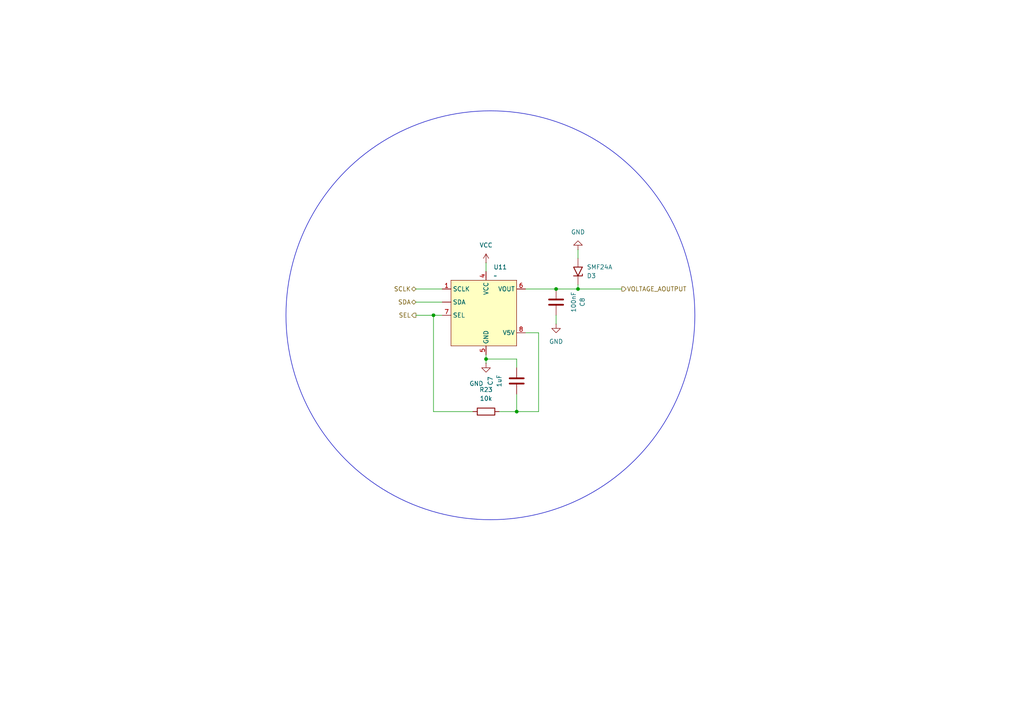
<source format=kicad_sch>
(kicad_sch (version 20250114) (generator "eeschema") (generator_version "9.0")
  (paper "A4")
  (lib_symbols
    (symbol "Device:C" (pin_numbers (hide yes)) (pin_names (offset 0.254))
      (property "Reference" "C" (at 0.635 2.54 0))
      (property "Value" "C" (at 0.635 -2.54 0))
      (symbol "C_0_1"
        (polyline (pts (xy -2.032 0.762) (xy 2.032 0.762)) (stroke (width 0.508)))
        (polyline (pts (xy -2.032 -0.762) (xy 2.032 -0.762)) (stroke (width 0.508)))
      )
      (symbol "C_1_1"
        (pin passive line (at 0 3.81 270) (length 2.794) (name "~") (number "1"))
        (pin passive line (at 0 -3.81 90) (length 2.794) (name "~") (number "2"))
      )
    )
    (symbol "Device:R" (pin_numbers (hide yes)) (pin_names (offset 0))
      (property "Reference" "R" (at 2.032 0 90))
      (property "Value" "R" (at 0 0 90))
      (symbol "R_0_1"
        (rectangle (start -1.016 -2.54) (end 1.016 2.54) (stroke (width 0.254)))
      )
      (symbol "R_1_1"
        (pin passive line (at 0 3.81 270) (length 1.27) (name "~") (number "1"))
        (pin passive line (at 0 -3.81 90) (length 1.27) (name "~") (number "2"))
      )
    )
    (symbol "Diode:SMF24A" (pin_numbers (hide yes)) (pin_names (offset 1.016) (hide yes))
      (property "Reference" "D" (at 0 2.54 0))
      (property "Value" "SMF24A" (at 0 -2.54 0))
      (symbol "SMF24A_0_1"
        (polyline (pts (xy -0.762 1.27) (xy -1.27 1.27) (xy -1.27 -1.27)) (stroke (width 0.254)))
        (polyline (pts (xy 1.27 1.27) (xy 1.27 -1.27) (xy -1.27 0) (xy 1.27 1.27)) (stroke (width 0.254)))
      )
      (symbol "SMF24A_1_1"
        (pin passive line (at -3.81 0 0) (length 2.54) (name "A1") (number "1"))
        (pin passive line (at 3.81 0 180) (length 2.54) (name "A2") (number "2"))
      )
    )
    (symbol "Riqi_Parts:GP8201S"
      (property "Reference" "U" (at 0 0 0))
      (symbol "GP8201S_1_1"
        (rectangle (start -3.81 -1.27) (end 15.24 -20.32) (fill (type background)))
        (pin passive line (at -6.35 -3.81 0) (length 2.54) (name "SCLK") (number "1"))
        (pin passive line (at -6.35 -7.62 0) (length 2.54) (name "SDA") (number ""))
        (pin passive line (at -6.35 -11.43 0) (length 2.54) (name "SEL") (number "7"))
        (pin passive line (at 6.35 1.27 270) (length 2.54) (name "VCC") (number "4"))
        (pin passive line (at 6.35 -22.86 90) (length 2.54) (name "GND") (number "5"))
        (pin passive line (at 17.78 -3.81 180) (length 2.54) (name "VOUT") (number "6"))
        (pin passive line (at 17.78 -16.51 180) (length 2.54) (name "V5V") (number "8"))
      )
    )
    (symbol "power:GND" (power) (pin_numbers (hide yes)) (pin_names (offset 0) (hide yes))
      (property "Value" "GND" (at 0 -3.81 0))
      (symbol "GND_0_1"
        (polyline (pts (xy 0 0) (xy 0 -1.27) (xy 1.27 -1.27) (xy 0 -2.54) (xy -1.27 -1.27) (xy 0 -1.27)))
      )
      (symbol "GND_1_1"
        (pin power_in line (at 0 0 270) (length 0) (name "~") (number "1"))
      )
    )
    (symbol "power:VCC" (power) (pin_numbers (hide yes)) (pin_names (offset 0) (hide yes))
      (property "Value" "VCC" (at 0 3.556 0))
      (symbol "VCC_0_1"
        (polyline (pts (xy -0.762 1.27) (xy 0 2.54)))
        (polyline (pts (xy 0 2.54) (xy 0.762 1.27)))
        (polyline (pts (xy 0 0) (xy 0 2.54)))
      )
      (symbol "VCC_1_1"
        (pin power_in line (at 0 0 90) (length 0) (name "~") (number "1"))
      )
    )
  )
  (circle (center 142.24 91.44) (radius 59.2969))
  (junction (at 125.73 91.44))
  (junction (at 149.86 119.38))
  (junction (at 167.64 83.82))
  (junction (at 140.97 104.14))
  (junction (at 161.29 83.82))
  (wire (pts (xy 156.21 96.52) (xy 156.21 119.38)))
  (wire (pts (xy 140.97 76.2) (xy 140.97 78.74)))
  (wire (pts (xy 140.97 104.14) (xy 149.86 104.14)))
  (wire (pts (xy 144.78 119.38) (xy 149.86 119.38)))
  (wire (pts (xy 156.21 96.52) (xy 152.4 96.52)))
  (wire (pts (xy 120.65 87.63) (xy 128.27 87.63)))
  (wire (pts (xy 161.29 91.44) (xy 161.29 93.98)))
  (wire (pts (xy 167.64 74.93) (xy 167.64 72.39)))
  (wire (pts (xy 161.29 83.82) (xy 167.64 83.82)))
  (wire (pts (xy 140.97 102.87) (xy 140.97 104.14)))
  (wire (pts (xy 152.4 83.82) (xy 161.29 83.82)))
  (wire (pts (xy 125.73 91.44) (xy 128.27 91.44)))
  (wire (pts (xy 149.86 119.38) (xy 156.21 119.38)))
  (wire (pts (xy 125.73 91.44) (xy 125.73 119.38)))
  (wire (pts (xy 167.64 83.82) (xy 180.34 83.82)))
  (wire (pts (xy 120.65 83.82) (xy 128.27 83.82)))
  (wire (pts (xy 149.86 106.68) (xy 149.86 104.14)))
  (wire (pts (xy 149.86 114.3) (xy 149.86 119.38)))
  (wire (pts (xy 137.16 119.38) (xy 125.73 119.38)))
  (wire (pts (xy 140.97 104.14) (xy 140.97 105.41)))
  (wire (pts (xy 120.65 91.44) (xy 125.73 91.44)))
  (wire (pts (xy 167.64 82.55) (xy 167.64 83.82)))
  (hierarchical_label "SCLK" (shape bidirectional) (at 120.65 83.82 180))
  (hierarchical_label "SEL" (shape output) (at 120.65 91.44 180))
  (hierarchical_label "SDA" (shape bidirectional) (at 120.65 87.63 180))
  (hierarchical_label "VOLTAGE_AOUTPUT" (shape output) (at 180.34 83.82 0))
  (symbol (lib_id "power:GND") (at 140.97 105.41 0) (unit 1)
    (property "Reference" "#PWR049" (effects (hide yes)))
    (property "Value" "GND" (at 138.176 111.252 0))
    (property "Description" "Power symbol creates a global label with name \"GND\" , ground" (effects (hide yes)))
  )
  (symbol (lib_id "Riqi_Parts:GP8201S") (at 134.62 80.01 0) (unit 1)
    (property "Reference" "U11" (at 143.1133 77.47 0) (effects (justify left)))
    (property "Value" "~" (at 143.1133 80.01 0) (effects (justify left)))
    (property "Footprint" "Riqi_Parts:eSOP-8" (effects (hide yes)))
    (property "Datasheet" "https://lcsc.com/datasheet/lcsc_datasheet_2410121507_Guestgood-GP8201S-TC50-EW_C5240058.pdf" (effects (hide yes)))
  )
  (symbol (lib_id "power:VCC") (at 140.97 76.2 0) (unit 1)
    (property "Reference" "#PWR048" (effects (hide yes)))
    (property "Value" "VCC" (at 140.97 71.12 0))
    (property "Description" "Power symbol creates a global label with name \"VCC\"" (effects (hide yes)))
  )
  (symbol (lib_id "power:GND") (at 167.64 72.39 0) (mirror x) (unit 1)
    (property "Reference" "#PWR046" (effects (hide yes)))
    (property "Value" "GND" (at 167.64 67.31 0))
    (property "Description" "Power symbol creates a global label with name \"GND\" , ground" (effects (hide yes)))
  )
  (symbol (lib_id "Diode:SMF24A") (at 167.64 78.74 270) (mirror x) (unit 1)
    (property "Reference" "D3" (at 170.18 80.0101 90) (effects (justify left)))
    (property "Value" "SMF24A" (at 170.18 77.4701 90) (effects (justify left)))
    (property "Footprint" "Diode_SMD:D_SMF" (effects (hide yes)))
    (property "Datasheet" "https://www.vishay.com/doc?85881" (effects (hide yes)))
    (property "Description" "200W unidirectional Transil Transient Voltage Suppressor, 24Vrwm, SMF" (effects (hide yes)))
    (property "LCSC#" "C7495269" (effects (hide yes)))
  )
  (symbol (lib_id "Device:C") (at 149.86 110.49 0) (unit 1)
    (property "Reference" "C7" (at 142.24 110.49 90))
    (property "Value" "1uF" (at 144.78 110.49 90))
    (property "Description" "Unpolarized capacitor" (effects (hide yes)))
  )
  (symbol (lib_id "power:GND") (at 161.29 93.98 0) (unit 1)
    (property "Reference" "#PWR050" (effects (hide yes)))
    (property "Value" "GND" (at 161.29 99.06 0))
    (property "Description" "Power symbol creates a global label with name \"GND\" , ground" (effects (hide yes)))
  )
  (symbol (lib_id "Device:C") (at 161.29 87.63 180) (unit 1)
    (property "Reference" "C8" (at 168.91 87.63 90))
    (property "Value" "100nF" (at 166.37 87.63 90))
    (property "Description" "Unpolarized capacitor" (effects (hide yes)))
  )
  (symbol (lib_id "Device:R") (at 140.97 119.38 90) (unit 1)
    (property "Reference" "R23" (at 140.97 113.03 90))
    (property "Value" "10k" (at 140.97 115.57 90))
    (property "Description" "Resistor" (effects (hide yes)))
  )
)
</source>
